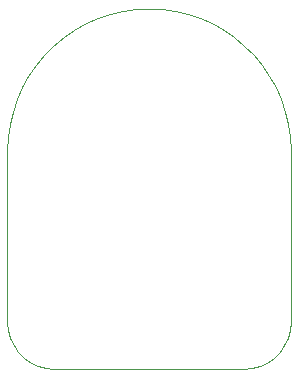
<source format=gbr>
%FSTAX25Y25*%
%MOIN*%
%SFA1B1*%

%IPPOS*%
%ADD83C,0.001000*%
%LNdigit_profile-1*%
%LPD*%
G54D83*
X0001968Y0070866D02*
Y0013779D01*
X0002207Y0011044*
X0002918Y0008393*
X0004078Y0005905*
X0005652Y0003656*
X0007593Y0001715*
X0009842Y0000141*
X001233Y-0001018*
X0014981Y-0001729*
X0017716Y-0001968*
X0080708*
X0083443Y-0001729*
X0086094Y-0001018*
X0088582Y0000141*
X0090831Y0001715*
X0092772Y0003656*
X0094346Y0005905*
X0095506Y0008393*
X0096217Y0011044*
X0096456Y0013779*
Y0070866*
X0096255Y0075225*
X0095652Y0079547*
X0094653Y0083794*
X0093266Y0087932*
X0091503Y0091924*
X008938Y0095736*
X0086914Y0099336*
X0084126Y0102694*
X008104Y0105779*
X0077683Y0108567*
X0074083Y0111033*
X0070271Y0113157*
X0066279Y0114919*
X0062141Y0116306*
X0057893Y0117305*
X0053571Y0117908*
X0049212Y011811*
X0044853Y0117908*
X0040531Y0117305*
X0036283Y0116306*
X0032145Y0114919*
X0028154Y0113157*
X0024341Y0111033*
X0020741Y0108567*
X0017384Y0105779*
X0014298Y0102694*
X001151Y0099336*
X0009044Y0095736*
X0006921Y0091924*
X0005158Y0087932*
X0003771Y0083794*
X0002772Y0079547*
X000217Y0075225*
X0001968Y0070866*
M02*
</source>
